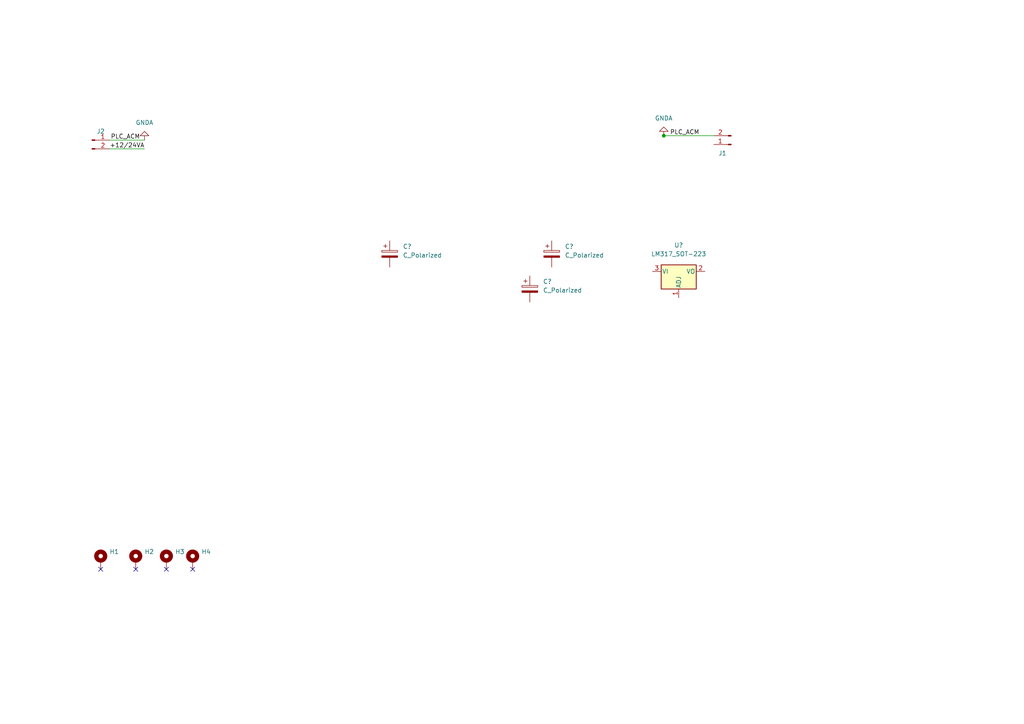
<source format=kicad_sch>
(kicad_sch (version 20211123) (generator eeschema)
  (paper "A4")
  (lib_symbols
    (symbol "Connector:Conn_01x02_Male" (pin_names (offset 1.016) hide)
      (property "Reference" "J" (at 0 2.54 0))
      (property "Value" "Conn_01x02_Male" (at 0 -5.08 0))
      (symbol "Conn_01x02_Male_1_1"
        (polyline (pts (xy 1.27 -2.54) (xy 0.8636 -2.54)) (stroke (width 0.1524)))
        (polyline (pts (xy 1.27 0) (xy 0.8636 0)) (stroke (width 0.1524)))
        (rectangle (start 0.8636 -2.413) (end 0 -2.667) (stroke (width 0.1524)) (fill (type outline)))
        (rectangle (start 0.8636 0.127) (end 0 -0.127) (stroke (width 0.1524)) (fill (type outline)))
        (pin passive line (at 5.08 0 180) (length 3.81) (name "Pin_1") (number "1"))
        (pin passive line (at 5.08 -2.54 180) (length 3.81) (name "Pin_2") (number "2"))
      )
    )
    (symbol "Device:C_Polarized" (pin_numbers hide) (pin_names (offset 0.254))
      (property "Reference" "C" (at 0.635 2.54 0))
      (property "Value" "C_Polarized" (at 0.635 -2.54 0))
      (symbol "C_Polarized_0_1"
        (rectangle (start -2.286 0.508) (end 2.286 1.016))
        (polyline (pts (xy -1.778 2.286) (xy -0.762 2.286)))
        (polyline (pts (xy -1.27 2.794) (xy -1.27 1.778)))
        (rectangle (start 2.286 -0.508) (end -2.286 -1.016) (fill (type outline)))
      )
      (symbol "C_Polarized_1_1"
        (pin passive line (at 0 3.81 270) (length 2.794) (name "~") (number "1"))
        (pin passive line (at 0 -3.81 90) (length 2.794) (name "~") (number "2"))
      )
    )
    (symbol "Mechanical:MountingHole_Pad" (pin_numbers hide) (pin_names (offset 1.016) hide)
      (property "Reference" "H" (at 0 6.35 0))
      (property "Value" "MountingHole_Pad" (at 0 4.445 0))
      (symbol "MountingHole_Pad_0_1"
        (circle (center 0 1.27) (radius 1.27) (stroke (width 1.27)))
      )
      (symbol "MountingHole_Pad_1_1"
        (pin input line (at 0 -2.54 90) (length 2.54) (name "1") (number "1"))
      )
    )
    (symbol "Regulator_Linear:LM317_SOT-223" (pin_names (offset 0.254))
      (property "Reference" "U" (at -3.81 3.175 0))
      (property "Value" "LM317_SOT-223" (at 0 3.175 0))
      (symbol "LM317_SOT-223_0_1"
        (rectangle (start -5.08 1.905) (end 5.08 -5.08) (stroke (width 0.254)) (fill (type background)))
      )
      (symbol "LM317_SOT-223_1_1"
        (pin input line (at 0 -7.62 90) (length 2.54) (name "ADJ") (number "1"))
        (pin power_out line (at 7.62 0 180) (length 2.54) (name "VO") (number "2"))
        (pin power_in line (at -7.62 0 0) (length 2.54) (name "VI") (number "3"))
      )
    )
    (symbol "power:GNDA" (power) (pin_names (offset 0))
      (property "Value" "GNDA" (at 0 -3.81 0))
      (symbol "GNDA_0_1"
        (polyline (pts (xy 0 0) (xy 0 -1.27) (xy 1.27 -1.27) (xy 0 -2.54) (xy -1.27 -1.27) (xy 0 -1.27)))
      )
      (symbol "GNDA_1_1"
        (pin power_in line (at 0 0 270) (length 0) hide (name "GNDA") (number "1"))
      )
    )
  )
  (junction (at 192.5246 39.37))
  (no_connect (at 48.26 165.1))
  (no_connect (at 55.88 165.1))
  (no_connect (at 29.21 165.1))
  (no_connect (at 39.37 165.1))
  (wire (pts (xy 41.91 40.64) (xy 31.75 40.64)))
  (wire (pts (xy 192.5246 39.37) (xy 207.01 39.37)))
  (wire (pts (xy 41.91 43.18) (xy 31.75 43.18)))
  (wire (pts (xy 192.405 39.37) (xy 192.5246 39.37)))
  (label "PLC_ACM" (at 194.31 39.37 0))
  (label "PLC_ACM" (at 40.64 40.64 180))
  (label "+12{slash}24VA" (at 41.91 43.18 180))
  (symbol (lib_id "Connector:Conn_01x02_Male") (at 212.09 41.91 180) (unit 1)
    (property "Reference" "J1" (at 209.55 44.45 0))
    (property "Value" "Conn_01x02_Male" (effects hide))
    (property "Footprint" "Connector_Phoenix_MC_HighVoltage:PhoenixContact_MCV_1,5_2-G-5.08_1x02_P5.08mm_Vertical" (effects hide))
  )
  (symbol (lib_id "Mechanical:MountingHole_Pad") (at 39.37 162.56 0) (unit 1)
    (property "Reference" "H2" (at 41.91 160.0199 0) (effects (justify left)))
    (property "Value" "MountingHole_Pad" (effects hide))
    (property "Footprint" "MountingHole:MountingHole_3.2mm_M3" (effects hide))
  )
  (symbol (lib_id "power:GNDA") (at 41.91 40.64 180) (unit 1)
    (property "Reference" "#PWR0101" (effects hide))
    (property "Value" "GNDA" (at 41.91 35.56 0))
  )
  (symbol (lib_id "Regulator_Linear:LM317_SOT-223") (at 196.85 78.74 0) (unit 1)
    (property "Reference" "U?" (at 196.85 71.12 0))
    (property "Value" "LM317_SOT-223" (at 196.85 73.66 0))
    (property "Footprint" "Package_TO_SOT_SMD:SOT-223-3_TabPin2" (effects hide))
    (property "Datasheet" "http://www.ti.com/lit/ds/symlink/lm317.pdf" (effects hide))
  )
  (symbol (lib_id "Mechanical:MountingHole_Pad") (at 55.88 162.56 0) (unit 1)
    (property "Reference" "H4" (at 58.42 160.0199 0) (effects (justify left)))
    (property "Value" "MountingHole_Pad" (effects hide))
    (property "Footprint" "MountingHole:MountingHole_3.2mm_M3" (effects hide))
  )
  (symbol (lib_id "Connector:Conn_01x02_Male") (at 26.67 40.64 0) (unit 1)
    (property "Reference" "J2" (at 29.21 38.1 0))
    (property "Value" "Conn_01x02_Male" (effects hide))
    (property "Footprint" "Connector_Phoenix_MC_HighVoltage:PhoenixContact_MCV_1,5_2-G-5.08_1x02_P5.08mm_Vertical" (effects hide))
  )
  (symbol (lib_id "Device:C_Polarized") (at 160.02 73.66 0) (unit 1)
    (property "Reference" "C?" (at 163.83 71.5009 0) (effects (justify left)))
    (property "Value" "C_Polarized" (at 163.83 74.0409 0) (effects (justify left)))
  )
  (symbol (lib_id "Mechanical:MountingHole_Pad") (at 48.26 162.56 0) (unit 1)
    (property "Reference" "H3" (at 50.8 160.0199 0) (effects (justify left)))
    (property "Value" "MountingHole_Pad" (effects hide))
    (property "Footprint" "MountingHole:MountingHole_3.2mm_M3" (effects hide))
  )
  (symbol (lib_id "Device:C_Polarized") (at 113.03 73.66 0) (unit 1)
    (property "Reference" "C?" (at 116.84 71.5009 0) (effects (justify left)))
    (property "Value" "C_Polarized" (at 116.84 74.0409 0) (effects (justify left)))
  )
  (symbol (lib_id "power:GNDA") (at 192.5246 39.37 180) (unit 1)
    (property "Reference" "#PWR01" (effects hide))
    (property "Value" "GNDA" (at 192.5246 34.29 0))
  )
  (symbol (lib_id "Mechanical:MountingHole_Pad") (at 29.21 162.56 0) (unit 1)
    (property "Reference" "H1" (at 31.75 160.0199 0) (effects (justify left)))
    (property "Value" "MountingHole_Pad" (effects hide))
    (property "Footprint" "MountingHole:MountingHole_3.2mm_M3" (effects hide))
  )
  (symbol (lib_id "Device:C_Polarized") (at 153.67 83.82 0) (unit 1)
    (property "Reference" "C?" (at 157.48 81.6609 0) (effects (justify left)))
    (property "Value" "C_Polarized" (at 157.48 84.2009 0) (effects (justify left)))
  )
)
</source>
